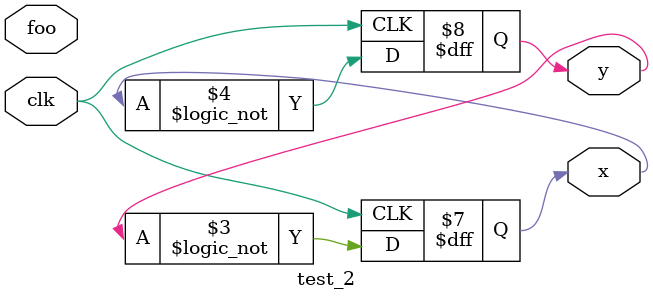
<source format=sv>

module test_2 (
    input clk, foo, 
    output reg x, y) ;
    initial
        begin
            assume (foo) ;
            if (foo) 
                assume ((x == y)) ;
        end
    always
        @(posedge clk)
        begin
            x <=  (!y) ;
            y <=  (!x) ;
            assert ((x == y)) ;
        end
    always
        @(*)
        if ($initstate()) 
            begin
                assume (foo) ;
                if (foo) 
                    assume ((x == y)) ;
            end
endmodule



</source>
